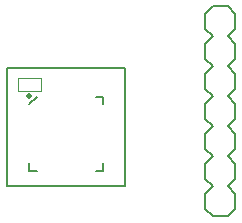
<source format=gto>
G75*
%MOIN*%
%OFA0B0*%
%FSLAX25Y25*%
%IPPOS*%
%LPD*%
%AMOC8*
5,1,8,0,0,1.08239X$1,22.5*
%
%ADD10C,0.00600*%
%ADD11C,0.00800*%
%ADD12C,0.01969*%
%ADD13C,0.00100*%
D10*
X0019017Y0019017D02*
X0058387Y0019017D01*
X0058387Y0058387D01*
X0019017Y0058387D01*
X0019017Y0019017D01*
D11*
X0026595Y0024265D02*
X0029064Y0024265D01*
X0026595Y0024265D02*
X0026595Y0026733D01*
X0048749Y0024265D02*
X0051217Y0024265D01*
X0051217Y0026733D01*
X0051217Y0046418D02*
X0051217Y0048887D01*
X0048749Y0048887D01*
X0029064Y0048887D02*
X0026595Y0046418D01*
X0085260Y0046492D02*
X0085260Y0041492D01*
X0087760Y0038992D01*
X0085260Y0036492D01*
X0085260Y0031492D01*
X0087760Y0028992D01*
X0085260Y0026492D01*
X0085260Y0021492D01*
X0087760Y0018992D01*
X0085260Y0016492D01*
X0085260Y0011492D01*
X0087760Y0008992D01*
X0092760Y0008992D01*
X0095260Y0011492D01*
X0095260Y0016492D01*
X0092760Y0018992D01*
X0095260Y0021492D01*
X0095260Y0026492D01*
X0092760Y0028992D01*
X0095260Y0031492D01*
X0095260Y0036492D01*
X0092760Y0038992D01*
X0095260Y0041492D01*
X0095260Y0046492D01*
X0092760Y0048992D01*
X0095260Y0051492D01*
X0095260Y0056492D01*
X0092760Y0058992D01*
X0095260Y0061492D01*
X0095260Y0066492D01*
X0092760Y0068992D01*
X0095260Y0071492D01*
X0095260Y0076492D01*
X0092760Y0078992D01*
X0087760Y0078992D01*
X0085260Y0076492D01*
X0085260Y0071492D01*
X0087760Y0068992D01*
X0085260Y0066492D01*
X0085260Y0061492D01*
X0087760Y0058992D01*
X0085260Y0056492D01*
X0085260Y0051492D01*
X0087760Y0048992D01*
X0085260Y0046492D01*
D12*
X0026308Y0049174D03*
D13*
X0022697Y0050820D02*
X0030597Y0050820D01*
X0030597Y0055120D01*
X0022697Y0055120D01*
X0022697Y0055020D01*
X0022697Y0054920D01*
X0022697Y0050820D01*
M02*

</source>
